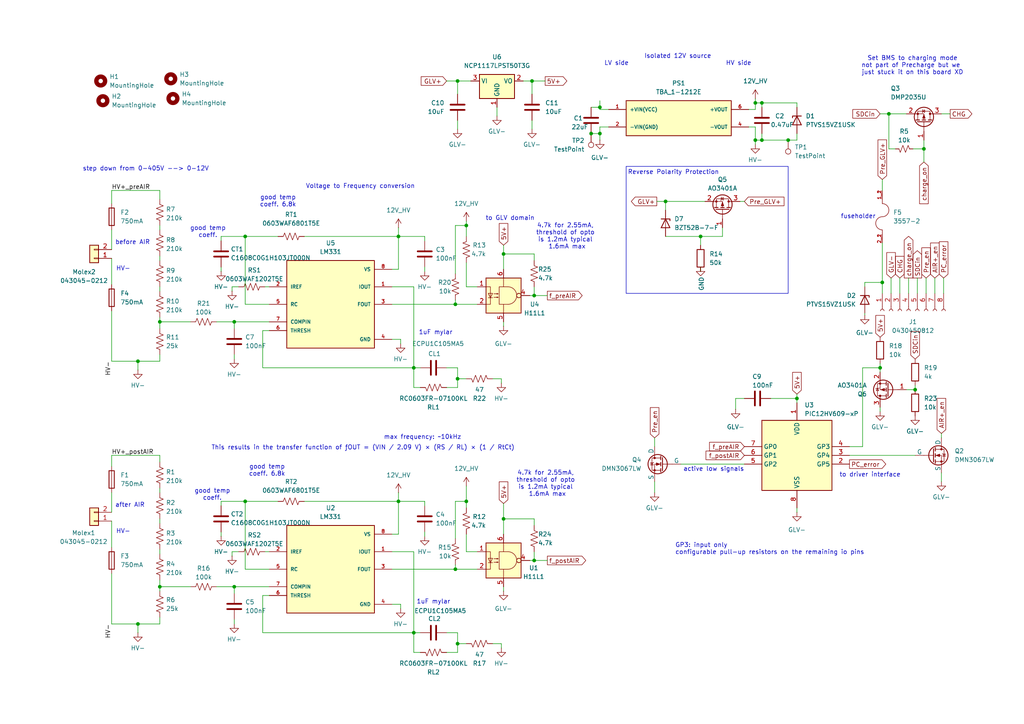
<source format=kicad_sch>
(kicad_sch (version 20250114) (generator "eeschema") (generator_version "9.0")
  (paper "A4")
  (rectangle (start 181.61 48.26) (end 228.6 85.09))
  (text "active low signals" (at 207.01 136.144 0) (effects (font (size 1.27 1.27))))
  (text "HV-" (at 33.655 78.74 0) (effects (font (size 1.27 1.27)) (justify left bottom)))
  (text "after AIR" (at 33.401 147.32 0) (effects (font (size 1.27 1.27)) (justify left bottom)))
  (text "4.7k for 2.55mA, \nthreshold of opto \nis 1.2mA typical \n1.6mA max" (at 158.75 140.335 0) (effects (font (size 1.27 1.27))))
  (text "GP3: input only\nconfigurable pull-up resistors on the remaining io pins" (at 195.834 159.258 0) (effects (font (size 1.27 1.27)) (justify left)))
  (text "good temp\ncoeff. 6.8k" (at 77.47 136.525 0) (effects (font (size 1.27 1.27))))
  (text "fuseholder" (at 248.92 62.865 0) (effects (font (size 1.27 1.27))))
  (text "max frequency: ~10kHz" (at 122.555 126.873 0) (effects (font (size 1.27 1.27))))
  (text "1uF mylar" (at 125.73 174.625 0) (effects (font (size 1.27 1.27))))
  (text "Isolated 12V source\nLV side 					HV side" (at 196.596 17.399 0) (effects (font (size 1.27 1.27))))
  (text "good temp\ncoeff. 6.8k" (at 80.645 58.42 0) (effects (font (size 1.27 1.27))))
  (text "1uF mylar" (at 126.365 96.52 0) (effects (font (size 1.27 1.27))))
  (text "4.7k for 2.55mA, \nthreshold of opto \nis 1.2mA typical \n1.6mA max" (at 164.465 68.58 0) (effects (font (size 1.27 1.27))))
  (text "Set BMS to charging mode\nnot part of Precharge but we \njust stuck it on this board XD" (at 264.668 19.05 0) (effects (font (size 1.27 1.27))))
  (text "Reverse Polarity Protection" (at 195.326 50.038 0) (effects (font (size 1.27 1.27))))
  (text "This results in the transfer function of ƒOUT = (VIN / 2.09 V) × (RS / RL) × (1 / RtCt)" (at 105.283 129.921 0) (effects (font (size 1.27 1.27))))
  (text "to driver interface" (at 252.349 137.795 0) (effects (font (size 1.27 1.27))))
  (text "good temp\ncoeff." (at 61.595 143.51 0) (effects (font (size 1.27 1.27))))
  (text "good temp\ncoeff." (at 60.325 67.31 0) (effects (font (size 1.27 1.27))))
  (text "HV-" (at 33.655 154.94 0) (effects (font (size 1.27 1.27)) (justify left bottom)))
  (text "to GLV domain" (at 147.955 63.373 0) (effects (font (size 1.27 1.27))))
  (text "Voltage to Frequency conversion" (at 104.521 54.102 0) (effects (font (size 1.27 1.27))))
  (text "step down from 0-405V --> 0-12V" (at 42.291 49.022 0) (effects (font (size 1.27 1.27))))
  (text "before AIR" (at 33.401 71.12 0) (effects (font (size 1.27 1.27)) (justify left bottom)))
  (junction (at 193.04 58.42))
  (junction (at 257.81 33.02))
  (junction (at 171.45 38.735))
  (junction (at 135.255 145.415))
  (junction (at 46.355 170.18))
  (junction (at 231.14 115.57))
  (junction (at 40.005 104.775))
  (junction (at 173.99 31.115))
  (junction (at 255.905 81.915))
  (junction (at 132.715 23.495))
  (junction (at 267.97 43.18))
  (junction (at 132.08 88.265))
  (junction (at 146.05 150.495))
  (junction (at 154.94 85.725))
  (junction (at 154.305 23.495))
  (junction (at 71.12 68.58))
  (junction (at 146.05 73.66))
  (junction (at 115.57 145.415))
  (junction (at 67.945 170.18))
  (junction (at 132.08 165.1))
  (junction (at 120.015 106.68))
  (junction (at 46.355 93.345))
  (junction (at 228.6 40.64))
  (junction (at 219.075 29.845))
  (junction (at 265.43 113.03))
  (junction (at 120.015 183.515))
  (junction (at 219.075 40.64))
  (junction (at 71.12 145.415))
  (junction (at 40.005 180.975))
  (junction (at 135.255 65.405))
  (junction (at 220.98 29.845))
  (junction (at 203.2 68.58))
  (junction (at 154.94 162.56))
  (junction (at 173.99 38.735))
  (junction (at 115.57 68.58))
  (junction (at 255.27 106.68))
  (junction (at 132.715 109.855))
  (junction (at 220.98 40.64))
  (junction (at 67.945 93.345))
  (junction (at 132.715 186.69))
  (wire (pts (xy 250.19 106.68) (xy 250.19 129.54)))
  (wire (pts (xy 273.05 125.73) (xy 273.05 127)))
  (wire (pts (xy 255.905 81.915) (xy 255.905 70.485)))
  (wire (pts (xy 265.43 113.03) (xy 265.43 111.76)))
  (wire (pts (xy 250.825 81.915) (xy 255.905 81.915)))
  (wire (pts (xy 154.305 37.465) (xy 154.305 34.925)))
  (wire (pts (xy 154.94 83.185) (xy 154.94 85.725)))
  (wire (pts (xy 228.6 40.64) (xy 220.98 40.64)))
  (wire (pts (xy 273.05 137.16) (xy 273.05 139.7)))
  (wire (pts (xy 173.99 31.115) (xy 173.99 31.75)))
  (wire (pts (xy 67.945 170.18) (xy 78.105 170.18)))
  (wire (pts (xy 153.67 162.56) (xy 154.94 162.56)))
  (wire (pts (xy 71.12 68.58) (xy 80.645 68.58)))
  (wire (pts (xy 113.665 88.265) (xy 132.08 88.265)))
  (wire (pts (xy 173.99 29.21) (xy 173.99 31.115)))
  (wire (pts (xy 78.105 165.1) (xy 71.12 165.1)))
  (wire (pts (xy 116.205 99.695) (xy 116.205 98.425)))
  (wire (pts (xy 154.94 152.4) (xy 154.94 150.495)))
  (wire (pts (xy 219.075 28.575) (xy 219.075 29.845)))
  (wire (pts (xy 46.355 150.495) (xy 46.355 151.765)))
  (wire (pts (xy 115.57 78.105) (xy 113.665 78.105)))
  (wire (pts (xy 115.57 68.58) (xy 115.57 78.105)))
  (wire (pts (xy 154.94 160.02) (xy 154.94 162.56)))
  (wire (pts (xy 46.355 159.385) (xy 46.355 160.655)))
  (wire (pts (xy 120.015 83.185) (xy 120.015 106.68)))
  (wire (pts (xy 46.355 55.245) (xy 46.355 57.785)))
  (wire (pts (xy 132.08 86.995) (xy 132.08 88.265)))
  (wire (pts (xy 145.415 186.69) (xy 142.875 186.69)))
  (wire (pts (xy 154.94 75.565) (xy 154.94 73.66)))
  (wire (pts (xy 135.255 160.02) (xy 138.43 160.02)))
  (wire (pts (xy 255.905 55.245) (xy 255.905 52.07)))
  (wire (pts (xy 132.715 37.465) (xy 132.715 34.925)))
  (wire (pts (xy 257.81 43.18) (xy 259.715 43.18)))
  (wire (pts (xy 146.05 146.05) (xy 146.05 150.495)))
  (wire (pts (xy 268.605 85.09) (xy 268.605 80.645)))
  (wire (pts (xy 219.075 41.91) (xy 219.075 40.64)))
  (wire (pts (xy 255.905 85.09) (xy 255.905 81.915)))
  (wire (pts (xy 220.98 29.845) (xy 219.075 29.845)))
  (wire (pts (xy 267.97 40.64) (xy 267.97 43.18)))
  (wire (pts (xy 120.015 160.02) (xy 120.015 183.515)))
  (wire (pts (xy 64.135 155.575) (xy 64.135 154.305)))
  (wire (pts (xy 76.2 172.72) (xy 78.105 172.72)))
  (wire (pts (xy 171.45 38.735) (xy 173.99 38.735)))
  (wire (pts (xy 146.05 171.45) (xy 146.05 170.18)))
  (wire (pts (xy 32.385 151.13) (xy 32.385 158.75)))
  (wire (pts (xy 46.355 141.605) (xy 46.355 142.875)))
  (wire (pts (xy 62.865 93.345) (xy 67.945 93.345)))
  (wire (pts (xy 46.355 93.345) (xy 46.355 95.25)))
  (wire (pts (xy 123.19 78.74) (xy 123.19 77.47)))
  (wire (pts (xy 32.385 180.975) (xy 40.005 180.975)))
  (wire (pts (xy 173.99 36.83) (xy 173.99 38.735)))
  (wire (pts (xy 132.08 156.21) (xy 132.08 145.415)))
  (wire (pts (xy 144.145 33.655) (xy 144.145 31.115)))
  (wire (pts (xy 67.945 170.18) (xy 67.945 172.085)))
  (wire (pts (xy 116.205 98.425) (xy 113.665 98.425)))
  (wire (pts (xy 32.385 90.17) (xy 32.385 104.775)))
  (wire (pts (xy 115.57 66.04) (xy 115.57 68.58)))
  (wire (pts (xy 262.89 33.02) (xy 257.81 33.02)))
  (wire (pts (xy 171.45 31.115) (xy 173.99 31.115)))
  (wire (pts (xy 32.385 55.245) (xy 46.355 55.245)))
  (wire (pts (xy 121.92 189.23) (xy 120.015 189.23)))
  (wire (pts (xy 115.57 145.415) (xy 115.57 154.94)))
  (wire (pts (xy 132.08 165.1) (xy 138.43 165.1)))
  (wire (pts (xy 46.355 170.18) (xy 46.355 171.45)))
  (wire (pts (xy 123.19 146.685) (xy 123.19 145.415)))
  (wire (pts (xy 132.715 109.855) (xy 132.715 106.68)))
  (wire (pts (xy 46.355 132.08) (xy 46.355 133.985)))
  (wire (pts (xy 132.08 88.265) (xy 138.43 88.265)))
  (wire (pts (xy 255.27 106.68) (xy 255.27 105.41)))
  (wire (pts (xy 46.355 93.345) (xy 55.245 93.345)))
  (wire (pts (xy 267.97 43.18) (xy 267.97 46.99)))
  (wire (pts (xy 46.355 179.07) (xy 46.355 180.975)))
  (wire (pts (xy 273.05 33.02) (xy 275.59 33.02)))
  (wire (pts (xy 189.865 127) (xy 189.865 129.54)))
  (wire (pts (xy 32.385 142.875) (xy 32.385 148.59)))
  (wire (pts (xy 67.945 180.975) (xy 67.945 179.705)))
  (wire (pts (xy 263.525 80.645) (xy 263.525 85.09)))
  (wire (pts (xy 173.99 31.75) (xy 176.53 31.75)))
  (wire (pts (xy 123.19 155.575) (xy 123.19 154.305)))
  (wire (pts (xy 173.99 36.83) (xy 176.53 36.83)))
  (wire (pts (xy 76.2 183.515) (xy 76.2 172.72)))
  (wire (pts (xy 197.485 134.62) (xy 215.9 134.62)))
  (wire (pts (xy 132.715 112.395) (xy 132.715 109.855)))
  (wire (pts (xy 132.715 186.69) (xy 135.255 186.69)))
  (wire (pts (xy 220.98 38.735) (xy 220.98 40.64)))
  (wire (pts (xy 71.12 165.1) (xy 71.12 145.415)))
  (wire (pts (xy 67.31 83.185) (xy 69.215 83.185)))
  (wire (pts (xy 113.665 160.02) (xy 120.015 160.02)))
  (wire (pts (xy 135.255 76.2) (xy 135.255 83.185)))
  (wire (pts (xy 219.075 29.845) (xy 219.075 31.75)))
  (wire (pts (xy 154.94 73.66) (xy 146.05 73.66)))
  (wire (pts (xy 46.355 170.18) (xy 55.245 170.18)))
  (wire (pts (xy 78.105 88.265) (xy 71.12 88.265)))
  (wire (pts (xy 255.27 107.95) (xy 255.27 106.68)))
  (wire (pts (xy 46.355 92.075) (xy 46.355 93.345)))
  (wire (pts (xy 123.19 145.415) (xy 115.57 145.415)))
  (wire (pts (xy 64.135 69.85) (xy 64.135 68.58)))
  (wire (pts (xy 214.63 58.42) (xy 215.9 58.42)))
  (wire (pts (xy 40.005 180.975) (xy 46.355 180.975)))
  (wire (pts (xy 116.205 176.53) (xy 116.205 175.26)))
  (wire (pts (xy 262.89 113.03) (xy 265.43 113.03)))
  (wire (pts (xy 46.355 74.295) (xy 46.355 75.565)))
  (wire (pts (xy 32.385 132.08) (xy 32.385 135.255)))
  (wire (pts (xy 153.67 85.725) (xy 154.94 85.725)))
  (wire (pts (xy 145.415 111.125) (xy 145.415 109.855)))
  (wire (pts (xy 116.205 175.26) (xy 113.665 175.26)))
  (wire (pts (xy 223.52 115.57) (xy 231.14 115.57)))
  (wire (pts (xy 231.14 31.115) (xy 231.14 29.845)))
  (wire (pts (xy 129.54 23.495) (xy 132.715 23.495)))
  (wire (pts (xy 120.015 112.395) (xy 120.015 106.68)))
  (wire (pts (xy 46.355 83.185) (xy 46.355 84.455)))
  (wire (pts (xy 260.985 80.645) (xy 260.985 85.09)))
  (wire (pts (xy 193.04 58.42) (xy 204.47 58.42)))
  (wire (pts (xy 219.075 31.75) (xy 217.17 31.75)))
  (wire (pts (xy 209.55 68.58) (xy 203.2 68.58)))
  (wire (pts (xy 71.12 145.415) (xy 80.645 145.415)))
  (wire (pts (xy 158.115 23.495) (xy 154.305 23.495)))
  (wire (pts (xy 135.255 154.94) (xy 135.255 160.02)))
  (wire (pts (xy 231.14 114.3) (xy 231.14 115.57)))
  (wire (pts (xy 123.19 69.85) (xy 123.19 68.58)))
  (wire (pts (xy 231.14 148.59) (xy 231.14 147.32)))
  (wire (pts (xy 203.2 68.58) (xy 193.04 68.58)))
  (wire (pts (xy 121.92 112.395) (xy 120.015 112.395)))
  (wire (pts (xy 32.385 132.08) (xy 46.355 132.08)))
  (wire (pts (xy 132.715 27.305) (xy 132.715 23.495)))
  (wire (pts (xy 154.305 23.495) (xy 151.765 23.495)))
  (wire (pts (xy 40.005 107.315) (xy 40.005 104.775)))
  (wire (pts (xy 132.08 145.415) (xy 135.255 145.415)))
  (wire (pts (xy 173.99 38.735) (xy 173.99 40.64)))
  (wire (pts (xy 250.19 129.54) (xy 246.38 129.54)))
  (wire (pts (xy 132.08 65.405) (xy 135.255 65.405)))
  (wire (pts (xy 88.265 68.58) (xy 115.57 68.58)))
  (wire (pts (xy 209.55 66.04) (xy 209.55 68.58)))
  (wire (pts (xy 120.015 183.515) (xy 121.92 183.515)))
  (wire (pts (xy 40.005 104.775) (xy 46.355 104.775)))
  (wire (pts (xy 135.255 83.185) (xy 138.43 83.185)))
  (wire (pts (xy 220.98 40.64) (xy 219.075 40.64)))
  (wire (pts (xy 62.865 170.18) (xy 67.945 170.18)))
  (wire (pts (xy 120.015 106.68) (xy 76.2 106.68)))
  (wire (pts (xy 146.05 73.66) (xy 146.05 78.105)))
  (wire (pts (xy 76.835 83.185) (xy 78.105 83.185)))
  (wire (pts (xy 132.08 163.83) (xy 132.08 165.1)))
  (wire (pts (xy 67.31 161.29) (xy 67.31 160.02)))
  (wire (pts (xy 64.135 146.685) (xy 64.135 145.415)))
  (wire (pts (xy 32.385 55.245) (xy 32.385 59.055)))
  (wire (pts (xy 123.19 68.58) (xy 115.57 68.58)))
  (wire (pts (xy 146.05 71.12) (xy 146.05 73.66)))
  (wire (pts (xy 32.385 104.775) (xy 40.005 104.775)))
  (wire (pts (xy 64.135 78.74) (xy 64.135 77.47)))
  (wire (pts (xy 132.715 23.495) (xy 136.525 23.495)))
  (wire (pts (xy 246.38 132.08) (xy 265.43 132.08)))
  (wire (pts (xy 231.14 40.64) (xy 228.6 40.64)))
  (wire (pts (xy 76.835 160.02) (xy 78.105 160.02)))
  (wire (pts (xy 146.05 94.615) (xy 146.05 93.345)))
  (wire (pts (xy 132.715 186.69) (xy 132.715 183.515)))
  (wire (pts (xy 193.04 60.96) (xy 193.04 58.42)))
  (wire (pts (xy 135.255 65.405) (xy 135.255 68.58)))
  (wire (pts (xy 203.2 68.58) (xy 203.2 71.12)))
  (wire (pts (xy 135.255 145.415) (xy 135.255 147.32)))
  (wire (pts (xy 46.355 65.405) (xy 46.355 66.675)))
  (wire (pts (xy 113.665 83.185) (xy 120.015 83.185)))
  (wire (pts (xy 88.265 145.415) (xy 115.57 145.415)))
  (wire (pts (xy 258.445 85.09) (xy 258.445 80.645)))
  (wire (pts (xy 120.015 106.68) (xy 121.92 106.68)))
  (wire (pts (xy 132.715 109.855) (xy 135.255 109.855)))
  (wire (pts (xy 273.685 85.09) (xy 273.685 80.645)))
  (wire (pts (xy 219.075 36.83) (xy 219.075 40.64)))
  (wire (pts (xy 220.98 29.845) (xy 220.98 31.115)))
  (wire (pts (xy 266.065 80.645) (xy 266.065 85.09)))
  (wire (pts (xy 257.81 33.02) (xy 257.81 43.18)))
  (wire (pts (xy 231.14 115.57) (xy 231.14 116.84)))
  (wire (pts (xy 255.27 118.11) (xy 255.27 119.38)))
  (wire (pts (xy 190.5 58.42) (xy 193.04 58.42)))
  (wire (pts (xy 135.255 140.97) (xy 135.255 145.415)))
  (wire (pts (xy 231.14 38.735) (xy 231.14 40.64)))
  (wire (pts (xy 154.94 162.56) (xy 158.75 162.56)))
  (wire (pts (xy 189.865 139.7) (xy 189.865 142.875)))
  (wire (pts (xy 219.075 36.83) (xy 217.17 36.83)))
  (wire (pts (xy 46.355 168.275) (xy 46.355 170.18)))
  (wire (pts (xy 67.31 84.455) (xy 67.31 83.185)))
  (wire (pts (xy 129.54 189.23) (xy 132.715 189.23)))
  (wire (pts (xy 67.945 93.345) (xy 78.105 93.345)))
  (wire (pts (xy 40.005 183.515) (xy 40.005 180.975)))
  (wire (pts (xy 32.385 74.93) (xy 32.385 82.55)))
  (wire (pts (xy 76.2 106.68) (xy 76.2 95.885)))
  (wire (pts (xy 145.415 109.855) (xy 142.875 109.855)))
  (wire (pts (xy 132.715 189.23) (xy 132.715 186.69)))
  (wire (pts (xy 120.015 183.515) (xy 76.2 183.515)))
  (wire (pts (xy 250.825 83.185) (xy 250.825 81.915)))
  (wire (pts (xy 129.54 106.68) (xy 132.715 106.68)))
  (wire (pts (xy 146.05 150.495) (xy 146.05 154.94)))
  (wire (pts (xy 67.945 104.14) (xy 67.945 102.87)))
  (wire (pts (xy 250.825 91.44) (xy 250.825 90.805)))
  (wire (pts (xy 271.145 85.09) (xy 271.145 80.645)))
  (wire (pts (xy 32.385 166.37) (xy 32.385 180.975)))
  (wire (pts (xy 120.015 189.23) (xy 120.015 183.515)))
  (wire (pts (xy 46.355 102.87) (xy 46.355 104.775)))
  (wire (pts (xy 32.385 66.675) (xy 32.385 72.39)))
  (wire (pts (xy 129.54 183.515) (xy 132.715 183.515)))
  (wire (pts (xy 67.31 160.02) (xy 69.215 160.02)))
  (wire (pts (xy 64.135 68.58) (xy 71.12 68.58)))
  (wire (pts (xy 76.2 95.885) (xy 78.105 95.885)))
  (wire (pts (xy 154.94 150.495) (xy 146.05 150.495)))
  (wire (pts (xy 203.2 78.74) (xy 203.2 77.47)))
  (wire (pts (xy 129.54 112.395) (xy 132.715 112.395)))
  (wire (pts (xy 264.795 43.18) (xy 267.97 43.18)))
  (wire (pts (xy 154.94 85.725) (xy 158.75 85.725)))
  (wire (pts (xy 154.305 27.305) (xy 154.305 23.495)))
  (wire (pts (xy 135.255 64.135) (xy 135.255 65.405)))
  (wire (pts (xy 113.665 165.1) (xy 132.08 165.1)))
  (wire (pts (xy 231.14 29.845) (xy 220.98 29.845)))
  (wire (pts (xy 145.415 187.96) (xy 145.415 186.69)))
  (wire (pts (xy 132.08 79.375) (xy 132.08 65.405)))
  (wire (pts (xy 213.36 115.57) (xy 213.36 118.745)))
  (wire (pts (xy 257.81 33.02) (xy 255.27 33.02)))
  (wire (pts (xy 71.12 88.265) (xy 71.12 68.58)))
  (wire (pts (xy 64.135 145.415) (xy 71.12 145.415)))
  (wire (pts (xy 67.945 93.345) (xy 67.945 95.25)))
  (wire (pts (xy 215.9 115.57) (xy 213.36 115.57)))
  (wire (pts (xy 250.19 106.68) (xy 255.27 106.68)))
  (wire (pts (xy 115.57 142.875) (xy 115.57 145.415)))
  (wire (pts (xy 115.57 154.94) (xy 113.665 154.94)))
  (label "HV-" (at 32.385 104.775 270))
  (label "HV+_preAIR" (at 32.385 55.245 0))
  (label "HV+_postAIR" (at 32.385 132.08 0))
  (label "HV-" (at 32.385 180.975 270))
  (global_label "charge_on" (shape input) (at 267.97 46.99 270) (property "Intersheetrefs" "${INTERSHEET_REFS}" (effects (hide yes))))
  (global_label "Pre_GLV+" (shape input) (at 255.905 52.07 90) (property "Intersheetrefs" "${INTERSHEET_REFS}" (effects (hide yes))))
  (global_label "5V+" (shape input) (at 146.05 71.12 90) (property "Intersheetrefs" "${INTERSHEET_REFS}" (effects (hide yes))))
  (global_label "AIR+_en" (shape input) (at 271.145 80.645 90) (property "Intersheetrefs" "${INTERSHEET_REFS}" (effects (hide yes))))
  (global_label "5V+" (shape input) (at 255.27 97.79 90) (property "Intersheetrefs" "${INTERSHEET_REFS}" (effects (hide yes))))
  (global_label "charge_on" (shape output) (at 263.525 80.645 90) (property "Intersheetrefs" "${INTERSHEET_REFS}" (effects (hide yes))))
  (global_label "5V+" (shape input) (at 231.14 114.3 90) (property "Intersheetrefs" "${INTERSHEET_REFS}" (effects (hide yes))))
  (global_label "5V+" (shape output) (at 158.115 23.495 0) (property "Intersheetrefs" "${INTERSHEET_REFS}" (effects (hide yes))))
  (global_label "GLV+" (shape input) (at 129.54 23.495 180) (property "Intersheetrefs" "${INTERSHEET_REFS}" (effects (hide yes))))
  (global_label "Pre_en" (shape input) (at 189.865 127 90) (property "Intersheetrefs" "${INTERSHEET_REFS}" (effects (hide yes))))
  (global_label "f_postAIR" (shape output) (at 158.75 162.56 0) (property "Intersheetrefs" "${INTERSHEET_REFS}" (effects (hide yes))))
  (global_label "CHG" (shape output) (at 275.59 33.02 0) (property "Intersheetrefs" "${INTERSHEET_REFS}" (effects (hide yes))))
  (global_label "PC_error" (shape input) (at 273.685 80.645 90) (property "Intersheetrefs" "${INTERSHEET_REFS}" (effects (hide yes))))
  (global_label "f_preAIR" (shape input) (at 215.9 129.54 180) (property "Intersheetrefs" "${INTERSHEET_REFS}" (effects (hide yes))))
  (global_label "SDCin" (shape input) (at 255.27 33.02 180) (property "Intersheetrefs" "${INTERSHEET_REFS}" (effects (hide yes))))
  (global_label "Pre_en" (shape input) (at 268.605 80.645 90) (property "Intersheetrefs" "${INTERSHEET_REFS}" (effects (hide yes))))
  (global_label "Pre_GLV+" (shape input) (at 215.9 58.42 0) (property "Intersheetrefs" "${INTERSHEET_REFS}" (effects (hide yes))))
  (global_label "AIR+_en" (shape input) (at 273.05 125.73 90) (property "Intersheetrefs" "${INTERSHEET_REFS}" (effects (hide yes))))
  (global_label "SDCin" (shape input) (at 265.43 104.14 90) (property "Intersheetrefs" "${INTERSHEET_REFS}" (effects (hide yes))))
  (global_label "f_postAIR" (shape input) (at 215.9 132.08 180) (property "Intersheetrefs" "${INTERSHEET_REFS}" (effects (hide yes))))
  (global_label "PC_error" (shape output) (at 246.38 134.62 0) (property "Intersheetrefs" "${INTERSHEET_REFS}" (effects (hide yes))))
  (global_label "GLV-" (shape input) (at 258.445 80.645 90) (property "Intersheetrefs" "${INTERSHEET_REFS}" (effects (hide yes))))
  (global_label "GLV+" (shape output) (at 190.5 58.42 180) (property "Intersheetrefs" "${INTERSHEET_REFS}" (effects (hide yes))))
  (global_label "5V+" (shape input) (at 146.05 146.05 90) (property "Intersheetrefs" "${INTERSHEET_REFS}" (effects (hide yes))))
  (global_label "SDCin" (shape output) (at 266.065 80.645 90) (property "Intersheetrefs" "${INTERSHEET_REFS}" (effects (hide yes))))
  (global_label "CHG" (shape input) (at 260.985 80.645 90) (property "Intersheetrefs" "${INTERSHEET_REFS}" (effects (hide yes))))
  (global_label "f_preAIR" (shape output) (at 158.75 85.725 0) (property "Intersheetrefs" "${INTERSHEET_REFS}" (effects (hide yes))))
  (symbol (lib_id "Device:R_US") (at 84.455 68.58 90) (unit 1)
    (property "Reference" "RT1" (at 84.455 62.23 90))
    (property "Value" "0603WAF6801T5E" (at 84.455 64.77 90))
    (property "Footprint" "Resistor_SMD:R_0603_1608Metric" (effects (hide yes)))
    (property "Description" "Resistor, US symbol" (effects (hide yes)))
  )
  (symbol (lib_id "Transistor_FET:AO3401A") (at 209.55 60.96 270) (mirror x) (unit 1)
    (property "Reference" "Q5" (at 209.55 52.07 90))
    (property "Value" "AO3401A" (at 209.55 54.61 90))
    (property "Footprint" "Package_TO_SOT_SMD:SOT-23" (effects (hide yes)))
    (property "Datasheet" "http://www.aosmd.com/pdfs/datasheet/AO3401A.pdf" (effects (hide yes)))
    (property "Description" "-4.0A Id, -30V Vds, P-Channel MOSFET, SOT-23" (effects (hide yes)))
  )
  (symbol (lib_id "Device:Fuse") (at 32.385 139.065 180) (unit 1) (in_bom no)
    (property "Reference" "F1" (at 34.925 137.7949 0) (effects (justify right)))
    (property "Value" "750mA" (at 34.925 140.3349 0) (effects (justify right)))
    (property "Footprint" "footprints:FUSE_BK_PCS" (effects (hide yes)))
  )
  (symbol (lib_id "power:GND1") (at 145.415 111.125 0) (unit 1)
    (property "Reference" "#PWR028" (effects (hide yes)))
    (property "Value" "HV-" (at 145.415 115.57 0))
    (property "Description" "Power symbol creates a global label with name \"GND1\" , ground" (effects (hide yes)))
  )
  (symbol (lib_id "Device:R_US") (at 46.355 137.795 0) (unit 1)
    (property "Reference" "R1" (at 48.133 136.906 0) (effects (justify left)))
    (property "Value" "210k" (at 48.133 139.446 0) (effects (justify left)))
    (property "Footprint" "Resistor_SMD:R_1206_3216Metric" (effects (hide yes)))
    (property "Description" "Resistor, US symbol" (effects (hide yes)))
  )
  (symbol (lib_id "power:GND") (at 189.865 142.875 0) (unit 1)
    (property "Reference" "#PWR031" (effects (hide yes)))
    (property "Value" "GLV-" (at 189.865 147.32 0))
  )
  (symbol (lib_id "Device:C") (at 154.305 31.115 0) (unit 1)
    (property "Reference" "C11" (at 158.115 29.845 0) (effects (justify left)))
    (property "Value" "10uF" (at 158.115 32.385 0) (effects (justify left)))
    (property "Footprint" "Capacitor_SMD:C_0805_2012Metric_Pad1.18x1.45mm_HandSolder" (effects (hide yes)))
  )
  (symbol (lib_id "power:GND1") (at 40.005 107.315 0) (unit 1)
    (property "Reference" "#PWR018" (effects (hide yes)))
    (property "Value" "HV-" (at 40.005 111.76 0))
    (property "Description" "Power symbol creates a global label with name \"GND1\" , ground" (effects (hide yes)))
  )
  (symbol (lib_id "power:GND") (at 265.43 120.65 0) (unit 1)
    (property "Reference" "#PWR036" (effects (hide yes)))
    (property "Value" "GLV-" (at 265.43 125.095 0))
  )
  (symbol (lib_id "Device:R_US") (at 59.055 170.18 90) (unit 1)
    (property "Reference" "R16" (at 59.055 164.846 90))
    (property "Value" "100k" (at 59.055 167.386 90))
    (property "Footprint" "Resistor_SMD:R_0603_1608Metric" (effects (hide yes)))
    (property "Description" "Resistor, US symbol" (effects (hide yes)))
  )
  (symbol (lib_name "NMOS_1") (lib_id "Simulation_SPICE:NMOS") (at 192.405 134.62 0) (mirror y) (unit 1)
    (property "Reference" "Q4" (at 186.055 133.3499 0) (effects (justify left)))
    (property "Value" "DMN3067LW" (at 186.055 135.8899 0) (effects (justify left)))
    (property "Footprint" "Package_TO_SOT_SMD:SOT-323_SC-70" (effects (hide yes)))
    (property "Datasheet" "https://ngspice.sourceforge.io/docs/ngspice-html-manual/manual.xhtml#cha_MOSFETs" (effects (hide yes)))
    (property "Description" "N-MOSFET transistor, drain/source/gate" (effects (hide yes)))
    (property "Sim.Device" "NMOS" (effects (hide yes)))
    (property "Sim.Type" "VDMOS" (effects (hide yes)))
    (property "Sim.Pins" "1=G 2=S 3=D" (effects (hide yes)))
  )
  (symbol (lib_id "Transistor_FET:AO3401A") (at 257.81 113.03 180) (unit 1)
    (property "Reference" "Q6" (at 251.46 114.3001 0) (effects (justify left)))
    (property "Value" "AO3401A" (at 251.46 111.7601 0) (effects (justify left)))
    (property "Footprint" "Package_TO_SOT_SMD:SOT-23" (effects (hide yes)))
    (property "Datasheet" "http://www.aosmd.com/pdfs/datasheet/AO3401A.pdf" (effects (hide yes)))
    (property "Description" "-4.0A Id, -30V Vds, P-Channel MOSFET, SOT-23" (effects (hide yes)))
  )
  (symbol (lib_id "Device:R_US") (at 84.455 145.415 90) (unit 1)
    (property "Reference" "RT2" (at 84.455 139.7 90))
    (property "Value" "0603WAF6801T5E" (at 84.455 142.24 90))
    (property "Footprint" "Resistor_SMD:R_0603_1608Metric" (effects (hide yes)))
    (property "Description" "Resistor, US symbol" (effects (hide yes)))
  )
  (symbol (lib_id "power:GND1") (at 173.99 40.64 0) (unit 1)
    (property "Reference" "#PWR09" (effects (hide yes)))
    (property "Value" "GLV-" (at 173.99 45.72 0))
    (property "Description" "Power symbol creates a global label with name \"GND1\" , ground" (effects (hide yes)))
  )
  (symbol (lib_id "Connector:TestPoint") (at 228.6 40.64 180) (unit 1) (in_bom no)
    (property "Reference" "TP1" (at 230.505 42.6719 0) (effects (justify right)))
    (property "Value" "TestPoint" (at 230.505 45.2119 0) (effects (justify right)))
    (property "Footprint" "TestPoint:TestPoint_Pad_D3.0mm" (effects (hide yes)))
    (property "Description" "test point" (effects (hide yes)))
  )
  (symbol (lib_id "Device:R_US") (at 46.355 70.485 0) (unit 1)
    (property "Reference" "R8" (at 48.133 69.596 0) (effects (justify left)))
    (property "Value" "210k" (at 48.133 72.136 0) (effects (justify left)))
    (property "Footprint" "Resistor_SMD:R_1206_3216Metric" (effects (hide yes)))
    (property "Description" "Resistor, US symbol" (effects (hide yes)))
  )
  (symbol (lib_id "Mechanical:MountingHole") (at 50.165 28.575 0) (unit 1) (exclude_from_sim yes) (in_bom no)
    (property "Reference" "H4" (at 52.705 27.3049 0) (effects (justify left)))
    (property "Value" "MountingHole" (at 52.705 29.8449 0) (effects (justify left)))
    (property "Footprint" "MountingHole:MountingHole_4.3mm_M4" (effects (hide yes)))
    (property "Description" "Mounting Hole without connection" (effects (hide yes)))
  )
  (symbol (lib_id "Mechanical:MountingHole") (at 29.845 29.21 0) (unit 1) (exclude_from_sim yes) (in_bom no)
    (property "Reference" "H2" (at 32.385 27.9399 0) (effects (justify left)))
    (property "Value" "MountingHole" (at 32.385 30.4799 0) (effects (justify left)))
    (property "Footprint" "MountingHole:MountingHole_4.3mm_M4" (effects (hide yes)))
    (property "Description" "Mounting Hole without connection" (effects (hide yes)))
  )
  (symbol (lib_id "Device:R_US") (at 46.355 175.26 0) (unit 1)
    (property "Reference" "R6" (at 48.133 173.99 0) (effects (justify left)))
    (property "Value" "25k" (at 48.133 176.53 0) (effects (justify left)))
    (property "Footprint" "Resistor_SMD:R_0603_1608Metric" (effects (hide yes)))
    (property "Description" "Resistor, US symbol" (effects (hide yes)))
  )
  (symbol (lib_id "Device:R_Small_US") (at 262.255 43.18 90) (mirror x) (unit 1)
    (property "Reference" "R5" (at 262.255 38.1 90))
    (property "Value" "10k" (at 262.255 40.64 90))
    (property "Footprint" "Resistor_SMD:R_0805_2012Metric_Pad1.20x1.40mm_HandSolder" (effects (hide yes)))
  )
  (symbol (lib_name "NMOS_1") (lib_id "Simulation_SPICE:NMOS") (at 270.51 132.08 0) (unit 1)
    (property "Reference" "Q2" (at 276.86 130.8099 0) (effects (justify left)))
    (property "Value" "DMN3067LW" (at 276.86 133.3499 0) (effects (justify left)))
    (property "Footprint" "Package_TO_SOT_SMD:SOT-323_SC-70" (effects (hide yes)))
    (property "Datasheet" "https://ngspice.sourceforge.io/docs/ngspice-html-manual/manual.xhtml#cha_MOSFETs" (effects (hide yes)))
    (property "Description" "N-MOSFET transistor, drain/source/gate" (effects (hide yes)))
    (property "Sim.Device" "NMOS" (effects (hide yes)))
    (property "Sim.Type" "VDMOS" (effects (hide yes)))
    (property "Sim.Pins" "1=G 2=S 3=D" (effects (hide yes)))
  )
  (symbol (lib_id "Device:R_US") (at 135.255 151.13 0) (mirror y) (unit 1)
    (property "Reference" "R12" (at 140.97 149.86 0) (effects (justify left)))
    (property "Value" "4.7k" (at 140.97 152.4 0) (effects (justify left)))
    (property "Footprint" "Resistor_SMD:R_0603_1608Metric" (effects (hide yes)))
    (property "Description" "Resistor, US symbol" (effects (hide yes)))
  )
  (symbol (lib_id "Connector_Generic:Conn_01x02") (at 27.305 74.93 180) (unit 1) (in_bom no)
    (property "Reference" "Molex2" (at 24.384 78.867 0))
    (property "Value" "043045-0212" (at 24.384 81.407 0))
    (property "Footprint" "Connector_Molex:Molex_Micro-Fit_3.0_43045-0212_2x01_P3.00mm_Vertical" (effects (hide yes)))
  )
  (symbol (lib_id "Device:R_US") (at 73.025 83.185 90) (unit 1)
    (property "Reference" "RS1" (at 73.787 78.359 90))
    (property "Value" "0603WAF1202T5E" (at 73.787 80.899 90))
    (property "Footprint" "Resistor_SMD:R_0603_1608Metric" (effects (hide yes)))
    (property "Description" "Resistor, US symbol" (effects (hide yes)))
  )
  (symbol (lib_id "power:GND") (at 273.05 139.7 0) (unit 1)
    (property "Reference" "#PWR034" (effects (hide yes)))
    (property "Value" "GLV-" (at 273.05 144.145 0))
  )
  (symbol (lib_id "LM331:LM331") (at 95.885 165.1 0) (unit 1)
    (property "Reference" "U2" (at 95.885 147.32 0))
    (property "Value" "LM331" (at 95.885 149.86 0))
    (property "Footprint" "footprints:DIP794W45P254L959H508Q8" (effects (hide yes)))
    (property "MF" "Texas Instruments" (effects (hide yes)))
    (property "MAXIMUM_PACKAGE_HEIGHT" "5.08 mm" (effects (hide yes)))
    (property "Package" "None" (effects (hide yes)))
    (property "Price" "None" (effects (hide yes)))
    (property "Check_prices" "https://www.snapeda.com/parts/LM331/Texas+Instruments/view-part/?ref=eda" (effects (hide yes)))
    (property "STANDARD" "IPC 7351B" (effects (hide yes)))
    (property "PARTREV" "C" (effects (hide yes)))
    (property "SnapEDA_Link" "https://www.snapeda.com/parts/LM331/Texas+Instruments/view-part/?ref=snap" (effects (hide yes)))
    (property "MP" "LM331" (effects (hide yes)))
    (property "Description_1" "\n                        \n                            VFC 100kHz 8-Pin PDIP Tube\n                        \n" (effects (hide yes)))
    (property "Availability" "Not in stock" (effects (hide yes)))
    (property "MANUFACTURER" "Texas Instruments" (effects (hide yes)))
  )
  (symbol (lib_id "Device:Fuse") (at 32.385 62.865 180) (unit 1) (in_bom no)
    (property "Reference" "F2" (at 34.925 61.5949 0) (effects (justify right)))
    (property "Value" "750mA" (at 34.925 64.1349 0) (effects (justify right)))
    (property "Footprint" "footprints:FUSE_BK_PCS" (effects (hide yes)))
  )
  (symbol (lib_id "power:GND1") (at 116.205 176.53 0) (unit 1)
    (property "Reference" "#PWR023" (effects (hide yes)))
    (property "Value" "HV-" (at 116.205 180.975 0))
    (property "Description" "Power symbol creates a global label with name \"GND1\" , ground" (effects (hide yes)))
  )
  (symbol (lib_id "Device:R_US") (at 132.08 160.02 0) (mirror y) (unit 1)
    (property "Reference" "R15" (at 130.937 158.75 0) (effects (justify left)))
    (property "Value" "10k" (at 130.937 161.29 0) (effects (justify left)))
    (property "Footprint" "Resistor_SMD:R_0603_1608Metric" (effects (hide yes)))
    (property "Description" "Resistor, US symbol" (effects (hide yes)))
  )
  (symbol (lib_id "TBA_1-1212E:TBA_1-1212E") (at 196.85 34.29 0) (unit 1) (in_bom no)
    (property "Reference" "PS1" (at 196.85 24.13 0))
    (property "Value" "TBA_1-1212E" (at 196.85 26.67 0))
    (property "Footprint" "footprints:CONV_TBA_1-1212E" (effects (hide yes)))
    (property "MF" "Traco Power" (effects (hide yes)))
    (property "MAXIMUM_PACKAGE_HEIGHT" "10.0mm" (effects (hide yes)))
    (property "Package" "SIP-7 Traco Power" (effects (hide yes)))
    (property "Price" "None" (effects (hide yes)))
    (property "Check_prices" "https://www.snapeda.com/parts/TBA%201-1212E/Traco+Power/view-part/?ref=eda" (effects (hide yes)))
    (property "STANDARD" "Manufacturer Recommendation" (effects (hide yes)))
    (property "PARTREV" "April 19, 2021" (effects (hide yes)))
    (property "SnapEDA_Link" "https://www.snapeda.com/parts/TBA%201-1212E/Traco+Power/view-part/?ref=snap" (effects (hide yes)))
    (property "MP" "TBA 1-1212E" (effects (hide yes)))
    (property "Description_1" "\n                        \n                            1 Watt DC/DC converter, industrial, ±10% input, short circuit protection, unregulated, encapsulated, SIP-7\n                        \n" (effects (hide yes)))
    (property "Availability" "In Stock" (effects (hide yes)))
    (property "MANUFACTURER" "Traco Power" (effects (hide yes)))
  )
  (symbol (lib_id "Isolator:H11L1") (at 146.05 85.725 0) (unit 1)
    (property "Reference" "U4" (at 155.067 88.265 0))
    (property "Value" "H11L1" (at 155.067 90.805 0))
    (property "Footprint" "footprints:H11L1M" (effects (hide yes)))
    (property "Datasheet" "https://www.onsemi.com/pub/Collateral/H11L3M-D.PDF" (effects (hide yes)))
    (property "Description" "Schmitt Trigger Output Optocoupler, High Speed, DIP-6, 1.6mA turn on threshold" (effects (hide yes)))
  )
  (symbol (lib_name "GND_4") (lib_id "power:GND") (at 203.2 77.47 0) (unit 1)
    (property "Reference" "#PWR035" (effects (hide yes)))
    (property "Value" "GND" (at 203.454 82.296 90))
  )
  (symbol (lib_id "Device:C") (at 125.73 183.515 90) (unit 1)
    (property "Reference" "CL2" (at 127.889 179.4511 90) (effects (justify left)))
    (property "Value" "ECPU1C105MA5" (at 135.255 177.165 90) (effects (justify left)))
    (property "Footprint" "Capacitor_SMD:C_1210_3225Metric_Pad1.33x2.70mm_HandSolder" (effects (hide yes)))
    (property "Description" "Unpolarized capacitor" (effects (hide yes)))
  )
  (symbol (lib_id "Transistor_FET:AO3401A") (at 267.97 35.56 270) (mirror x) (unit 1)
    (property "Reference" "Q3" (at 258.318 25.654 90) (effects (justify left)))
    (property "Value" "DMP2035U" (at 258.318 28.194 90) (effects (justify left)))
    (property "Footprint" "Package_TO_SOT_SMD:SOT-23" (effects (hide yes)))
    (property "Datasheet" "http://www.aosmd.com/pdfs/datasheet/AO3401A.pdf" (effects (hide yes)))
    (property "Description" "-4.0A Id, -30V Vds, P-Channel MOSFET, SOT-23" (effects (hide yes)))
  )
  (symbol (lib_id "Mechanical:MountingHole") (at 49.53 22.86 0) (unit 1) (exclude_from_sim yes) (in_bom no)
    (property "Reference" "H3" (at 52.07 21.5899 0) (effects (justify left)))
    (property "Value" "MountingHole" (at 52.07 24.1299 0) (effects (justify left)))
    (property "Footprint" "MountingHole:MountingHole_4.3mm_M4" (effects (hide yes)))
    (property "Description" "Mounting Hole without connection" (effects (hide yes)))
  )
  (symbol (lib_id "Device:R_US") (at 135.255 72.39 0) (mirror y) (unit 1)
    (property "Reference" "R13" (at 140.97 71.12 0) (effects (justify left)))
    (property "Value" "4.7k" (at 140.97 73.66 0) (effects (justify left)))
    (property "Footprint" "Resistor_SMD:R_0603_1608Metric" (effects (hide yes)))
    (property "Description" "Resistor, US symbol" (effects (hide yes)))
  )
  (symbol (lib_id "LM331:LM331") (at 95.885 88.265 0) (unit 1)
    (property "Reference" "U5" (at 95.885 70.485 0))
    (property "Value" "LM331" (at 95.885 73.025 0))
    (property "Footprint" "footprints:DIP794W45P254L959H508Q8" (effects (hide yes)))
    (property "MF" "Texas Instruments" (effects (hide yes)))
    (property "MAXIMUM_PACKAGE_HEIGHT" "5.08 mm" (effects (hide yes)))
    (property "Package" "None" (effects (hide yes)))
    (property "Price" "None" (effects (hide yes)))
    (property "Check_prices" "https://www.snapeda.com/parts/LM331/Texas+Instruments/view-part/?ref=eda" (effects (hide yes)))
    (property "STANDARD" "IPC 7351B" (effects (hide yes)))
    (property "PARTREV" "C" (effects (hide yes)))
    (property "SnapEDA_Link" "https://www.snapeda.com/parts/LM331/Texas+Instruments/view-part/?ref=snap" (effects (hide yes)))
    (property "MP" "LM331" (effects (hide yes)))
    (property "Description_1" "\n                        \n                            VFC 100kHz 8-Pin PDIP Tube\n                        \n" (effects (hide yes)))
    (property "Availability" "Not in stock" (effects (hide yes)))
    (property "MANUFACTURER" "Texas Instruments" (effects (hide yes)))
  )
  (symbol (lib_id "Device:R_US") (at 139.065 186.69 90) (mirror x) (unit 1)
    (property "Reference" "R17" (at 139.065 192.405 90))
    (property "Value" "47" (at 139.065 189.865 90))
    (property "Footprint" "Resistor_SMD:R_0603_1608Metric" (effects (hide yes)))
    (property "Description" "Resistor, US symbol" (effects (hide yes)))
  )
  (symbol (lib_id "Device:R_US") (at 139.065 109.855 90) (mirror x) (unit 1)
    (property "Reference" "R22" (at 139.065 115.57 90))
    (property "Value" "47" (at 139.065 113.03 90))
    (property "Footprint" "Resistor_SMD:R_0603_1608Metric" (effects (hide yes)))
    (property "Description" "Resistor, US symbol" (effects (hide yes)))
  )
  (symbol (lib_id "Connector:Conn_01x08_Socket") (at 263.525 90.17 90) (mirror x) (unit 1) (in_bom no)
    (property "Reference" "J1" (at 264.795 93.345 90))
    (property "Value" "0430450812" (at 264.795 95.885 90))
    (property "Footprint" "Connector_Molex:Molex_Micro-Fit_3.0_43045-0812_2x04_P3.00mm_Vertical" (effects (hide yes)))
  )
  (symbol (lib_id "Device:C") (at 64.135 73.66 0) (unit 1)
    (property "Reference" "CT1" (at 66.929 72.263 0) (effects (justify left)))
    (property "Value" "C1608C0G1H103JT000N" (at 66.929 74.803 0) (effects (justify left)))
    (property "Footprint" "Capacitor_SMD:C_0603_1608Metric" (effects (hide yes)))
    (property "Description" "Unpolarized capacitor" (effects (hide yes)))
  )
  (symbol (lib_id "power:GND1") (at 123.19 155.575 0) (unit 1)
    (property "Reference" "#PWR06" (effects (hide yes)))
    (property "Value" "HV-" (at 123.19 160.02 0))
    (property "Description" "Power symbol creates a global label with name \"GND1\" , ground" (effects (hide yes)))
  )
  (symbol (lib_id "3557-2:3557-2") (at 255.905 62.865 270) (unit 1)
    (property "Reference" "F5" (at 259.08 61.5949 90) (effects (justify left)))
    (property "Value" "3557-2" (at 259.08 64.1349 90) (effects (justify left)))
    (property "Footprint" "footprints:FUSE_3557-2" (effects (hide yes)))
    (property "MF" "Keystone Electronics" (effects (hide yes)))
    (property "MAXIMUM_PACKAGE_HEIGHT" "7.37mm" (effects (hide yes)))
    (property "Package" "Nonstandard Keystone" (effects (hide yes)))
    (property "Price" "None" (effects (hide yes)))
    (property "Check_prices" "https://www.snapeda.com/parts/3557-2/Keystone+Electronics/view-part/?ref=eda" (effects (hide yes)))
    (property "STANDARD" "Manufacturer Recommendation" (effects (hide yes)))
    (property "PARTREV" "D" (effects (hide yes)))
    (property "SnapEDA_Link" "https://www.snapeda.com/parts/3557-2/Keystone+Electronics/view-part/?ref=snap" (effects (hide yes)))
    (property "MP" "3557-2" (effects (hide yes)))
    (property "Purchase-URL" "https://www.snapeda.com/api/url_track_click_mouser/?unipart_id=278060&manufacturer=Keystone Electronics&part_name=3557-2&search_term=None" (effects (hide yes)))
    (property "Description_1" "\nTHM 2 in 1 Auto Blade Holder\n" (effects (hide yes)))
    (property "MANUFACTURER" "Keystone" (effects (hide yes)))
    (property "Availability" "In Stock" (effects (hide yes)))
    (property "SNAPEDA_PN" "3557-2" (effects (hide yes)))
  )
  (symbol (lib_id "Device:R_US") (at 46.355 164.465 0) (unit 1)
    (property "Reference" "R4" (at 48.133 163.576 0) (effects (justify left)))
    (property "Value" "210k" (at 48.133 166.116 0) (effects (justify left)))
    (property "Footprint" "Resistor_SMD:R_1206_3216Metric" (effects (hide yes)))
    (property "Description" "Resistor, US symbol" (effects (hide yes)))
  )
  (symbol (lib_id "Device:C") (at 132.715 31.115 0) (mirror y) (unit 1)
    (property "Reference" "C10" (at 128.905 29.845 0) (effects (justify left)))
    (property "Value" "10uF" (at 128.905 32.385 0) (effects (justify left)))
    (property "Footprint" "Capacitor_SMD:C_0805_2012Metric_Pad1.18x1.45mm_HandSolder" (effects (hide yes)))
  )
  (symbol (lib_id "power:GND1") (at 231.14 148.59 0) (unit 1)
    (property "Reference" "#PWR020" (effects (hide yes)))
    (property "Value" "GLV-" (at 231.14 153.67 0))
    (property "Description" "Power symbol creates a global label with name \"GND1\" , ground" (effects (hide yes)))
  )
  (symbol (lib_id "Device:R_US") (at 46.355 88.265 0) (unit 1)
    (property "Reference" "R10" (at 48.133 87.376 0) (effects (justify left)))
    (property "Value" "210k" (at 48.133 89.916 0) (effects (justify left)))
    (property "Footprint" "Resistor_SMD:R_1206_3216Metric" (effects (hide yes)))
    (property "Description" "Resistor, US symbol" (effects (hide yes)))
  )
  (symbol (lib_id "Device:C") (at 123.19 150.495 0) (unit 1)
    (property "Reference" "C4" (at 126.365 149.2249 0) (effects (justify left)))
    (property "Value" "100nF" (at 126.365 151.7649 0) (effects (justify left)))
    (property "Footprint" "Capacitor_SMD:C_0603_1608Metric" (effects (hide yes)))
    (property "Description" "Unpolarized capacitor" (effects (hide yes)))
  )
  (symbol (lib_id "Device:R_US") (at 46.355 155.575 0) (unit 1)
    (property "Reference" "R3" (at 48.133 154.686 0) (effects (justify left)))
    (property "Value" "210k" (at 48.133 157.226 0) (effects (justify left)))
    (property "Footprint" "Resistor_SMD:R_1206_3216Metric" (effects (hide yes)))
    (property "Description" "Resistor, US symbol" (effects (hide yes)))
  )
  (symbol (lib_id "Device:R_US") (at 46.355 99.06 0) (unit 1)
    (property "Reference" "R11" (at 48.133 97.79 0) (effects (justify left)))
    (property "Value" "25k" (at 48.133 100.33 0) (effects (justify left)))
    (property "Footprint" "Resistor_SMD:R_0603_1608Metric" (effects (hide yes)))
    (property "Description" "Resistor, US symbol" (effects (hide yes)))
  )
  (symbol (lib_id "power:GND1") (at 67.31 84.455 0) (unit 1)
    (property "Reference" "#PWR017" (effects (hide yes)))
    (property "Value" "HV-" (at 67.31 88.9 0))
    (property "Description" "Power symbol creates a global label with name \"GND1\" , ground" (effects (hide yes)))
  )
  (symbol (lib_id "Device:R") (at 265.43 116.84 0) (unit 1)
    (property "Reference" "R23" (at 267.97 115.5699 0) (effects (justify left)))
    (property "Value" "10k" (at 267.97 118.1099 0) (effects (justify left)))
    (property "Description" "Resistor" (effects (hide yes)))
  )
  (symbol (lib_id "power:GND1") (at 250.825 91.44 0) (unit 1)
    (property "Reference" "#PWR030" (effects (hide yes)))
    (property "Value" "GLV-" (at 250.825 96.52 0))
    (property "Description" "Power symbol creates a global label with name \"GND1\" , ground" (effects (hide yes)))
  )
  (symbol (lib_id "Device:Fuse") (at 32.385 86.36 180) (unit 1) (in_bom no)
    (property "Reference" "F4" (at 34.925 85.0899 0) (effects (justify right)))
    (property "Value" "750mA" (at 34.925 87.6299 0) (effects (justify right)))
    (property "Footprint" "footprints:FUSE_BK_PCS" (effects (hide yes)))
  )
  (symbol (lib_id "power:GND") (at 154.305 37.465 0) (unit 1)
    (property "Reference" "#PWR033" (effects (hide yes)))
    (property "Value" "GLV-" (at 154.305 41.91 0))
  )
  (symbol (lib_id "power:GND1") (at 219.075 41.91 0) (unit 1)
    (property "Reference" "#PWR011" (effects (hide yes)))
    (property "Value" "HV-" (at 219.075 46.355 0))
    (property "Description" "Power symbol creates a global label with name \"GND1\" , ground" (effects (hide yes)))
  )
  (symbol (lib_id "Connector:TestPoint") (at 171.45 38.735 0) (mirror x) (unit 1) (in_bom no)
    (property "Reference" "TP2" (at 169.545 40.7669 0) (effects (justify right)))
    (property "Value" "TestPoint" (at 169.545 43.3069 0) (effects (justify right)))
    (property "Footprint" "TestPoint:TestPoint_Pad_D3.0mm" (effects (hide yes)))
    (property "Description" "test point" (effects (hide yes)))
  )
  (symbol (lib_id "power:GND1") (at 116.205 99.695 0) (unit 1)
    (property "Reference" "#PWR026" (effects (hide yes)))
    (property "Value" "HV-" (at 116.205 104.14 0))
    (property "Description" "Power symbol creates a global label with name \"GND1\" , ground" (effects (hide yes)))
  )
  (symbol (lib_id "Device:R") (at 255.27 101.6 0) (unit 1)
    (property "Reference" "R18" (at 257.81 100.3299 0) (effects (justify left)))
    (property "Value" "10k" (at 257.81 102.8699 0) (effects (justify left)))
    (property "Description" "Resistor" (effects (hide yes)))
  )
  (symbol (lib_id "Device:C") (at 67.945 175.895 0) (unit 1)
    (property "Reference" "C5" (at 71.12 174.6249 0) (effects (justify left)))
    (property "Value" "100nF" (at 71.12 177.1649 0) (effects (justify left)))
    (property "Footprint" "Capacitor_SMD:C_0603_1608Metric" (effects (hide yes)))
    (property "Description" "Unpolarized capacitor" (effects (hide yes)))
  )
  (symbol (lib_id "Device:R_US") (at 125.73 189.23 90) (mirror x) (unit 1)
    (property "Reference" "RL2" (at 125.73 194.945 90))
    (property "Value" "RC0603FR-07100KL" (at 125.73 192.405 90))
    (property "Footprint" "Resistor_SMD:R_0603_1608Metric" (effects (hide yes)))
    (property "Description" "Resistor, US symbol" (effects (hide yes)))
  )
  (symbol (lib_id "Device:C") (at 220.98 34.925 0) (unit 1)
    (property "Reference" "C2" (at 224.79 33.655 0) (effects (justify left)))
    (property "Value" "0.47uF" (at 223.52 36.195 0) (effects (justify left)))
    (property "Footprint" "Capacitor_SMD:C_0805_2012Metric_Pad1.18x1.45mm_HandSolder" (effects (hide yes)))
  )
  (symbol (lib_id "power:VDC") (at 135.255 140.97 0) (unit 1)
    (property "Reference" "#PWR02" (effects (hide yes)))
    (property "Value" "12V_HV" (at 135.255 135.89 0))
    (property "Description" "Power symbol creates a global label with name \"VDC\"" (effects (hide yes)))
  )
  (symbol (lib_id "power:GND1") (at 123.19 78.74 0) (unit 1)
    (property "Reference" "#PWR016" (effects (hide yes)))
    (property "Value" "HV-" (at 123.19 83.185 0))
    (property "Description" "Power symbol creates a global label with name \"GND1\" , ground" (effects (hide yes)))
  )
  (symbol (lib_id "power:GND1") (at 145.415 187.96 0) (unit 1)
    (property "Reference" "#PWR025" (effects (hide yes)))
    (property "Value" "HV-" (at 145.415 192.405 0))
    (property "Description" "Power symbol creates a global label with name \"GND1\" , ground" (effects (hide yes)))
  )
  (symbol (lib_id "Device:R_US") (at 132.08 83.185 0) (mirror y) (unit 1)
    (property "Reference" "R20" (at 130.937 81.915 0) (effects (justify left)))
    (property "Value" "10k" (at 130.937 84.455 0) (effects (justify left)))
    (property "Footprint" "Resistor_SMD:R_0603_1608Metric" (effects (hide yes)))
    (property "Description" "Resistor, US symbol" (effects (hide yes)))
  )
  (symbol (lib_id "Device:R") (at 203.2 74.93 0) (unit 1)
    (property "Reference" "R14" (at 205.74 73.6599 0) (effects (justify left)))
    (property "Value" "50k" (at 205.74 76.1999 0) (effects (justify left)))
    (property "Description" "Resistor" (effects (hide yes)))
  )
  (symbol (lib_id "Device:R_US") (at 46.355 79.375 0) (unit 1)
    (property "Reference" "R9" (at 48.133 78.486 0) (effects (justify left)))
    (property "Value" "210k" (at 48.133 81.026 0) (effects (justify left)))
    (property "Footprint" "Resistor_SMD:R_1206_3216Metric" (effects (hide yes)))
    (property "Description" "Resistor, US symbol" (effects (hide yes)))
  )
  (symbol (lib_id "power:GND1") (at 40.005 183.515 0) (unit 1)
    (property "Reference" "#PWR03" (effects (hide yes)))
    (property "Value" "HV-" (at 40.005 187.96 0))
    (property "Description" "Power symbol creates a global label with name \"GND1\" , ground" (effects (hide yes)))
  )
  (symbol (lib_id "Device:C") (at 123.19 73.66 0) (unit 1)
    (property "Reference" "C3" (at 126.365 72.3899 0) (effects (justify left)))
    (property "Value" "100nF" (at 126.365 74.9299 0) (effects (justify left)))
    (property "Footprint" "Capacitor_SMD:C_0603_1608Metric" (effects (hide yes)))
    (property "Description" "Unpolarized capacitor" (effects (hide yes)))
  )
  (symbol (lib_id "power:GND1") (at 67.945 104.14 0) (unit 1)
    (property "Reference" "#PWR027" (effects (hide yes)))
    (property "Value" "HV-" (at 67.945 108.585 0))
    (property "Description" "Power symbol creates a global label with name \"GND1\" , ground" (effects (hide yes)))
  )
  (symbol (lib_id "power:GND1") (at 67.31 161.29 0) (unit 1)
    (property "Reference" "#PWR07" (effects (hide yes)))
    (property "Value" "HV-" (at 67.31 165.735 0))
    (property "Description" "Power symbol creates a global label with name \"GND1\" , ground" (effects (hide yes)))
  )
  (symbol (lib_id "Device:C") (at 64.135 150.495 0) (unit 1)
    (property "Reference" "CT2" (at 66.929 149.098 0) (effects (justify left)))
    (property "Value" "C1608C0G1H103JT000N" (at 66.929 151.638 0) (effects (justify left)))
    (property "Footprint" "Capacitor_SMD:C_0603_1608Metric" (effects (hide yes)))
    (property "Description" "Unpolarized capacitor" (effects (hide yes)))
  )
  (symbol (lib_id "Device:R_US") (at 154.94 79.375 0) (unit 1)
    (property "Reference" "R25" (at 156.083 78.105 0) (effects (justify left)))
    (property "Value" "4.7k" (at 156.083 80.645 0) (effects (justify left)))
    (property "Footprint" "Resistor_SMD:R_0603_1608Metric" (effects (hide yes)))
    (property "Description" "Resistor, US symbol" (effects (hide yes)))
  )
  (symbol (lib_id "Device:R_US") (at 154.94 156.21 0) (unit 1)
    (property "Reference" "R24" (at 156.083 154.94 0) (effects (justify left)))
    (property "Value" "4.7k" (at 156.083 157.48 0) (effects (justify left)))
    (property "Footprint" "Resistor_SMD:R_0603_1608Metric" (effects (hide yes)))
    (property "Description" "Resistor, US symbol" (effects (hide yes)))
  )
  (symbol (lib_id "Device:C") (at 125.73 106.68 90) (unit 1)
    (property "Reference" "CL1" (at 127.889 102.6161 90) (effects (justify left)))
    (property "Value" "ECPU1C105MA5" (at 134.62 99.695 90) (effects (justify left)))
    (property "Footprint" "Capacitor_SMD:C_1210_3225Metric_Pad1.33x2.70mm_HandSolder" (effects (hide yes)))
    (property "Description" "Unpolarized capacitor" (effects (hide yes)))
  )
  (symbol (lib_id "Device:R_US") (at 46.355 61.595 0) (unit 1)
    (property "Reference" "R7" (at 48.133 60.706 0) (effects (justify left)))
    (property "Value" "210k" (at 48.133 63.246 0) (effects (justify left)))
    (property "Footprint" "Resistor_SMD:R_1206_3216Metric" (effects (hide yes)))
    (property "Description" "Resistor, US symbol" (effects (hide yes)))
  )
  (symbol (lib_id "power:GND") (at 132.715 37.465 0) (mirror y) (unit 1)
    (property "Reference" "#PWR032" (effects (hide yes)))
    (property "Value" "GLV-" (at 132.715 41.91 0))
  )
  (symbol (lib_id "Device:C") (at 219.71 115.57 270) (unit 1)
    (property "Reference" "C9" (at 218.186 109.22 90) (effects (justify left)))
    (property "Value" "100nF" (at 218.186 111.76 90) (effects (justify left)))
    (property "Footprint" "Capacitor_SMD:C_0603_1608Metric" (effects (hide yes)))
    (property "Description" "Unpolarized capacitor" (effects (hide yes)))
  )
  (symbol (lib_id "Mechanical:MountingHole") (at 29.21 23.495 0) (unit 1) (exclude_from_sim yes) (in_bom no)
    (property "Reference" "H1" (at 31.75 22.2249 0) (effects (justify left)))
    (property "Value" "MountingHole" (at 31.75 24.7649 0) (effects (justify left)))
    (property "Footprint" "MountingHole:MountingHole_4.3mm_M4" (effects (hide yes)))
    (property "Description" "Mounting Hole without connection" (effects (hide yes)))
  )
  (symbol (lib_id "Device:C") (at 171.45 34.925 0) (unit 1)
    (property "Reference" "C1" (at 166.37 34.29 0) (effects (justify left)))
    (property "Value" "22uF" (at 165.735 36.83 0) (effects (justify left)))
    (property "Footprint" "Capacitor_SMD:C_0805_2012Metric_Pad1.18x1.45mm_HandSolder" (effects (hide yes)))
  )
  (symbol (lib_id "MCU_Microchip_PIC12:PIC12HV609-xP") (at 231.14 132.08 0) (unit 1) (in_bom no)
    (property "Reference" "U3" (at 233.3341 117.475 0) (effects (justify left)))
    (property "Value" "PIC12HV609-xP" (at 233.3341 120.015 0) (effects (justify left)))
    (property "Footprint" "Package_DIP:DIP-8_W7.62mm" (effects (hide yes)))
    (property "Datasheet" "https://ww1.microchip.com/downloads/en/DeviceDoc/41302D.pdf" (effects (hide yes)))
    (property "Description" "1024W Flash, 64B SRAM, PDIP-8" (effects (hide yes)))
  )
  (symbol (lib_id "power:GND1") (at 213.36 118.745 0) (unit 1)
    (property "Reference" "#PWR029" (effects (hide yes)))
    (property "Value" "GLV-" (at 213.36 123.825 0))
    (property "Description" "Power symbol creates a global label with name \"GND1\" , ground" (effects (hide yes)))
  )
  (symbol (lib_id "power:GND1") (at 67.945 180.975 0) (unit 1)
    (property "Reference" "#PWR024" (effects (hide yes)))
    (property "Value" "HV-" (at 67.945 185.42 0))
    (property "Description" "Power symbol creates a global label with name \"GND1\" , ground" (effects (hide yes)))
  )
  (symbol (lib_id "Diode:PTVS15VZ1USK") (at 250.825 86.995 270) (unit 1)
    (property "Reference" "D2" (at 248.285 85.7249 90) (effects (justify right)))
    (property "Value" "PTVS15VZ1USK" (at 248.285 88.2649 90) (effects (justify right)))
    (property "Footprint" "Diode_SMD:Nexperia_DSN1608-2_1.6x0.8mm" (effects (hide yes)))
    (property "Datasheet" "https://assets.nexperia.com/documents/data-sheet/PTVS15VZ1USK.pdf" (effects (hide yes)))
    (property "Description" "15V, 1900W TVS unidirectional diode, DSN1608-2" (effects (hide yes)))
  )
  (symbol (lib_id "power:VDC") (at 115.57 66.04 0) (unit 1)
    (property "Reference" "#PWR012" (effects (hide yes)))
    (property "Value" "12V_HV" (at 115.57 60.96 0))
    (property "Description" "Power symbol creates a global label with name \"VDC\"" (effects (hide yes)))
  )
  (symbol (lib_id "Device:R") (at 265.43 107.95 0) (unit 1)
    (property "Reference" "R19" (at 267.97 106.6799 0) (effects (justify left)))
    (property "Value" "4k" (at 267.97 109.2199 0) (effects (justify left)))
    (property "Description" "Resistor" (effects (hide yes)))
  )
  (symbol (lib_id "power:VDC") (at 135.255 64.135 0) (unit 1)
    (property "Reference" "#PWR013" (effects (hide yes)))
    (property "Value" "12V_HV" (at 135.255 59.055 0))
    (property "Description" "Power symbol creates a global label with name \"VDC\"" (effects (hide yes)))
  )
  (symbol (lib_id "power:GND1") (at 64.135 155.575 0) (unit 1)
    (property "Reference" "#PWR05" (effects (hide yes)))
    (property "Value" "HV-" (at 64.135 160.02 0))
    (property "Description" "Power symbol creates a global label with name \"GND1\" , ground" (effects (hide yes)))
  )
  (symbol (lib_id "Regulator_Linear:NCP1117-5.0_SOT223") (at 144.145 23.495 0) (unit 1)
    (property "Reference" "U6" (at 144.145 16.51 0))
    (property "Value" "NCP1117LPST50T3G" (at 144.145 19.05 0))
    (property "Footprint" "Package_TO_SOT_SMD:SOT-223-3_TabPin2" (effects (hide yes)))
    (property "Datasheet" "http://www.onsemi.com/pub_link/Collateral/NCP1117-D.PDF" (effects (hide yes)))
    (property "Description" "1A Low drop-out regulator, Fixed Output 5V, SOT-223" (effects (hide yes)))
  )
  (symbol (lib_id "power:GND") (at 255.27 119.38 0) (unit 1)
    (property "Reference" "#PWR037" (effects (hide yes)))
    (property "Value" "GLV-" (at 255.27 123.825 0))
  )
  (symbol (lib_id "power:VDC") (at 115.57 142.875 0) (unit 1)
    (property "Reference" "#PWR01" (effects (hide yes)))
    (property "Value" "12V_HV" (at 115.57 137.795 0))
    (property "Description" "Power symbol creates a global label with name \"VDC\"" (effects (hide yes)))
  )
  (symbol (lib_id "Device:Fuse") (at 32.385 162.56 180) (unit 1) (in_bom no)
    (property "Reference" "F3" (at 34.925 161.2899 0) (effects (justify right)))
    (property "Value" "750mA" (at 34.925 163.8299 0) (effects (justify right)))
    (property "Footprint" "footprints:FUSE_BK_PCS" (effects (hide yes)))
  )
  (symbol (lib_id "Diode:BZT52Bxx") (at 193.04 64.77 270) (unit 1)
    (property "Reference" "D7" (at 195.58 63.4999 90) (effects (justify left)))
    (property "Value" "BZT52B-7-F" (at 195.58 66.0399 90) (effects (justify left)))
    (property "Footprint" "Diode_SMD:D_SOD-123F" (effects (hide yes)))
    (property "Datasheet" "https://diotec.com/tl_files/diotec/files/pdf/datasheets/bzt52b2v4.pdf" (effects (hide yes)))
    (property "Description" "500mW Zener Diode, SOD-123F" (effects (hide yes)))
  )
  (symbol (lib_id "Isolator:H11L1") (at 146.05 162.56 0) (unit 1)
    (property "Reference" "U1" (at 154.813 164.719 0))
    (property "Value" "H11L1" (at 154.813 167.259 0))
    (property "Footprint" "footprints:H11L1M" (effects (hide yes)))
    (property "Datasheet" "https://www.onsemi.com/pub/Collateral/H11L3M-D.PDF" (effects (hide yes)))
    (property "Description" "Schmitt Trigger Output Optocoupler, High Speed, DIP-6, 1.6mA turn on threshold" (effects (hide yes)))
  )
  (symbol (lib_id "Device:C") (at 67.945 99.06 0) (unit 1)
    (property "Reference" "C7" (at 71.12 97.7899 0) (effects (justify left)))
    (property "Value" "100nF" (at 71.12 100.3299 0) (effects (justify left)))
    (property "Footprint" "Capacitor_SMD:C_0603_1608Metric" (effects (hide yes)))
    (property "Description" "Unpolarized capacitor" (effects (hide yes)))
  )
  (symbol (lib_id "power:GND1") (at 146.05 94.615 0) (unit 1)
    (property "Reference" "#PWR021" (effects (hide yes)))
    (property "Value" "GLV-" (at 146.05 99.695 0))
    (property "Description" "Power symbol creates a global label with name \"GND1\" , ground" (effects (hide yes)))
  )
  (symbol (lib_id "Device:R_US") (at 59.055 93.345 90) (unit 1)
    (property "Reference" "R21" (at 59.055 88.011 90))
    (property "Value" "100k" (at 59.055 90.551 90))
    (property "Footprint" "Resistor_SMD:R_0603_1608Metric" (effects (hide yes)))
    (property "Description" "Resistor, US symbol" (effects (hide yes)))
  )
  (symbol (lib_id "Device:R_US") (at 46.355 146.685 0) (unit 1)
    (property "Reference" "R2" (at 48.133 145.796 0) (effects (justify left)))
    (property "Value" "210k" (at 48.133 148.336 0) (effects (justify left)))
    (property "Footprint" "Resistor_SMD:R_1206_3216Metric" (effects (hide yes)))
    (property "Description" "Resistor, US symbol" (effects (hide yes)))
  )
  (symbol (lib_id "Connector_Generic:Conn_01x02") (at 27.305 151.13 180) (unit 1) (in_bom no)
    (property "Reference" "Molex1" (at 24.257 154.559 0))
    (property "Value" "043045-0212" (at 24.257 157.099 0))
    (property "Footprint" "Connector_Molex:Molex_Micro-Fit_3.0_43045-0212_2x01_P3.00mm_Vertical" (effects (hide yes)))
  )
  (symbol (lib_id "Device:R_US") (at 73.025 160.02 90) (unit 1)
    (property "Reference" "RS2" (at 73.787 155.194 90))
    (property "Value" "0603WAF1202T5E" (at 73.787 157.734 90))
    (property "Footprint" "Resistor_SMD:R_0603_1608Metric" (effects (hide yes)))
    (property "Description" "Resistor, US symbol" (effects (hide yes)))
  )
  (symbol (lib_id "power:GND1") (at 64.135 78.74 0) (unit 1)
    (property "Reference" "#PWR015" (effects (hide yes)))
    (property "Value" "HV-" (at 64.135 83.185 0))
    (property "Description" "Power symbol creates a global label with name \"GND1\" , ground" (effects (hide yes)))
  )
  (symbol (lib_id "Diode:PTVS15VZ1USK") (at 231.14 34.925 90) (mirror x) (unit 1)
    (property "Reference" "D1" (at 233.68 33.6549 90) (effects (justify right)))
    (property "Value" "PTVS15VZ1USK" (at 233.68 36.1949 90) (effects (justify right)))
    (property "Footprint" "Diode_SMD:Nexperia_DSN1608-2_1.6x0.8mm" (effects (hide yes)))
    (property "Datasheet" "https://assets.nexperia.com/documents/data-sheet/PTVS15VZ1USK.pdf" (effects (hide yes)))
    (property "Description" "15V, 1900W TVS unidirectional diode, DSN1608-2" (effects (hide yes)))
  )
  (symbol (lib_id "power:GND") (at 144.145 33.655 0) (mirror y) (unit 1)
    (property "Reference" "#PWR019" (effects (hide yes)))
    (property "Value" "GLV-" (at 144.145 38.1 0))
  )
  (symbol (lib_id "power:GND1") (at 146.05 171.45 0) (unit 1)
    (property "Reference" "#PWR022" (effects (hide yes)))
    (property "Value" "GLV-" (at 146.05 176.53 0))
    (property "Description" "Power symbol creates a global label with name \"GND1\" , ground" (effects (hide yes)))
  )
  (symbol (lib_id "power:VDC") (at 219.075 28.575 0) (unit 1)
    (property "Reference" "#PWR010" (effects (hide yes)))
    (property "Value" "12V_HV" (at 219.075 23.495 0))
    (property "Description" "Power symbol creates a global label with name \"VDC\"" (effects (hide yes)))
  )
  (symbol (lib_id "Device:R_US") (at 125.73 112.395 90) (mirror x) (unit 1)
    (property "Reference" "RL1" (at 125.73 118.11 90))
    (property "Value" "RC0603FR-07100KL" (at 125.73 115.57 90))
    (property "Footprint" "Resistor_SMD:R_0603_1608Metric" (effects (hide yes)))
    (property "Description" "Resistor, US symbol" (effects (hide yes)))
  )
)
</source>
